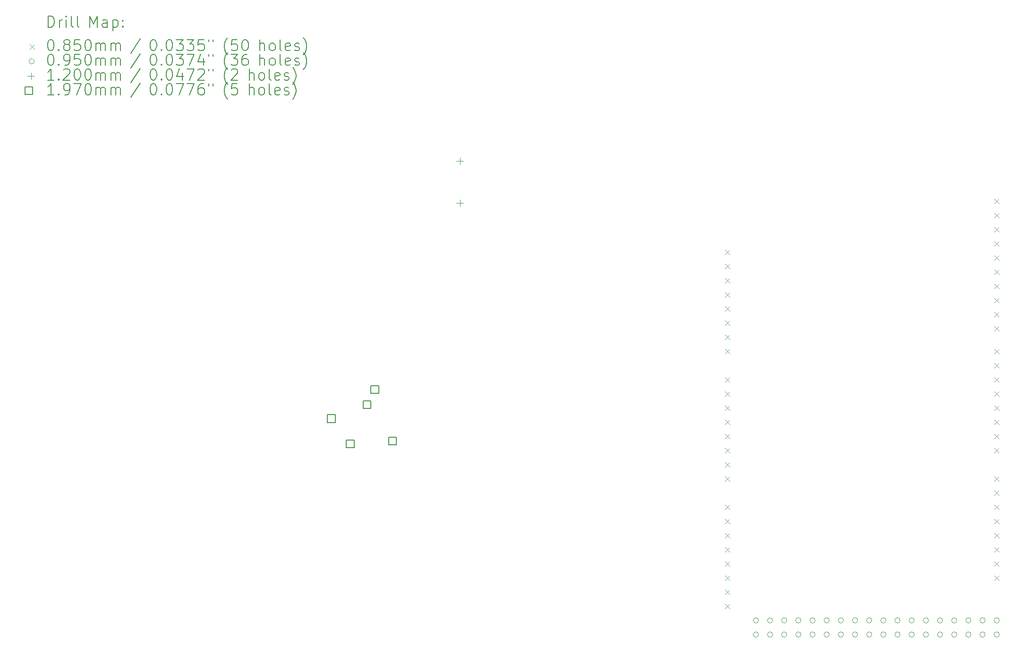
<source format=gbr>
%TF.GenerationSoftware,KiCad,Pcbnew,(7.0.0)*%
%TF.CreationDate,2023-04-06T19:01:51+02:00*%
%TF.ProjectId,projet codepo test,70726f6a-6574-4206-936f-6465706f2074,rev?*%
%TF.SameCoordinates,Original*%
%TF.FileFunction,Drillmap*%
%TF.FilePolarity,Positive*%
%FSLAX45Y45*%
G04 Gerber Fmt 4.5, Leading zero omitted, Abs format (unit mm)*
G04 Created by KiCad (PCBNEW (7.0.0)) date 2023-04-06 19:01:51*
%MOMM*%
%LPD*%
G01*
G04 APERTURE LIST*
%ADD10C,0.200000*%
%ADD11C,0.085000*%
%ADD12C,0.095000*%
%ADD13C,0.120000*%
%ADD14C,0.196980*%
G04 APERTURE END LIST*
D10*
D11*
X12383500Y-4283500D02*
X12468500Y-4368500D01*
X12468500Y-4283500D02*
X12383500Y-4368500D01*
X12383500Y-4537500D02*
X12468500Y-4622500D01*
X12468500Y-4537500D02*
X12383500Y-4622500D01*
X12383500Y-4791500D02*
X12468500Y-4876500D01*
X12468500Y-4791500D02*
X12383500Y-4876500D01*
X12383500Y-5045500D02*
X12468500Y-5130500D01*
X12468500Y-5045500D02*
X12383500Y-5130500D01*
X12383500Y-5299500D02*
X12468500Y-5384500D01*
X12468500Y-5299500D02*
X12383500Y-5384500D01*
X12383500Y-5553500D02*
X12468500Y-5638500D01*
X12468500Y-5553500D02*
X12383500Y-5638500D01*
X12383500Y-5807500D02*
X12468500Y-5892500D01*
X12468500Y-5807500D02*
X12383500Y-5892500D01*
X12383500Y-6061500D02*
X12468500Y-6146500D01*
X12468500Y-6061500D02*
X12383500Y-6146500D01*
X12383500Y-6569500D02*
X12468500Y-6654500D01*
X12468500Y-6569500D02*
X12383500Y-6654500D01*
X12383500Y-6823500D02*
X12468500Y-6908500D01*
X12468500Y-6823500D02*
X12383500Y-6908500D01*
X12383500Y-7077500D02*
X12468500Y-7162500D01*
X12468500Y-7077500D02*
X12383500Y-7162500D01*
X12383500Y-7331500D02*
X12468500Y-7416500D01*
X12468500Y-7331500D02*
X12383500Y-7416500D01*
X12383500Y-7585500D02*
X12468500Y-7670500D01*
X12468500Y-7585500D02*
X12383500Y-7670500D01*
X12383500Y-7839500D02*
X12468500Y-7924500D01*
X12468500Y-7839500D02*
X12383500Y-7924500D01*
X12383500Y-8093500D02*
X12468500Y-8178500D01*
X12468500Y-8093500D02*
X12383500Y-8178500D01*
X12383500Y-8347500D02*
X12468500Y-8432500D01*
X12468500Y-8347500D02*
X12383500Y-8432500D01*
X12383500Y-8855500D02*
X12468500Y-8940500D01*
X12468500Y-8855500D02*
X12383500Y-8940500D01*
X12383500Y-9109500D02*
X12468500Y-9194500D01*
X12468500Y-9109500D02*
X12383500Y-9194500D01*
X12383500Y-9363500D02*
X12468500Y-9448500D01*
X12468500Y-9363500D02*
X12383500Y-9448500D01*
X12383500Y-9617500D02*
X12468500Y-9702500D01*
X12468500Y-9617500D02*
X12383500Y-9702500D01*
X12383500Y-9871500D02*
X12468500Y-9956500D01*
X12468500Y-9871500D02*
X12383500Y-9956500D01*
X12383500Y-10125500D02*
X12468500Y-10210500D01*
X12468500Y-10125500D02*
X12383500Y-10210500D01*
X12383500Y-10379500D02*
X12468500Y-10464500D01*
X12468500Y-10379500D02*
X12383500Y-10464500D01*
X12383500Y-10633500D02*
X12468500Y-10718500D01*
X12468500Y-10633500D02*
X12383500Y-10718500D01*
X17209500Y-3369100D02*
X17294500Y-3454100D01*
X17294500Y-3369100D02*
X17209500Y-3454100D01*
X17209500Y-3623100D02*
X17294500Y-3708100D01*
X17294500Y-3623100D02*
X17209500Y-3708100D01*
X17209500Y-3877100D02*
X17294500Y-3962100D01*
X17294500Y-3877100D02*
X17209500Y-3962100D01*
X17209500Y-4131100D02*
X17294500Y-4216100D01*
X17294500Y-4131100D02*
X17209500Y-4216100D01*
X17209500Y-4385100D02*
X17294500Y-4470100D01*
X17294500Y-4385100D02*
X17209500Y-4470100D01*
X17209500Y-4639100D02*
X17294500Y-4724100D01*
X17294500Y-4639100D02*
X17209500Y-4724100D01*
X17209500Y-4893100D02*
X17294500Y-4978100D01*
X17294500Y-4893100D02*
X17209500Y-4978100D01*
X17209500Y-5147100D02*
X17294500Y-5232100D01*
X17294500Y-5147100D02*
X17209500Y-5232100D01*
X17209500Y-5401100D02*
X17294500Y-5486100D01*
X17294500Y-5401100D02*
X17209500Y-5486100D01*
X17209500Y-5655100D02*
X17294500Y-5740100D01*
X17294500Y-5655100D02*
X17209500Y-5740100D01*
X17209500Y-6061500D02*
X17294500Y-6146500D01*
X17294500Y-6061500D02*
X17209500Y-6146500D01*
X17209500Y-6315500D02*
X17294500Y-6400500D01*
X17294500Y-6315500D02*
X17209500Y-6400500D01*
X17209500Y-6569500D02*
X17294500Y-6654500D01*
X17294500Y-6569500D02*
X17209500Y-6654500D01*
X17209500Y-6823500D02*
X17294500Y-6908500D01*
X17294500Y-6823500D02*
X17209500Y-6908500D01*
X17209500Y-7077500D02*
X17294500Y-7162500D01*
X17294500Y-7077500D02*
X17209500Y-7162500D01*
X17209500Y-7331500D02*
X17294500Y-7416500D01*
X17294500Y-7331500D02*
X17209500Y-7416500D01*
X17209500Y-7585500D02*
X17294500Y-7670500D01*
X17294500Y-7585500D02*
X17209500Y-7670500D01*
X17209500Y-7839500D02*
X17294500Y-7924500D01*
X17294500Y-7839500D02*
X17209500Y-7924500D01*
X17209500Y-8347500D02*
X17294500Y-8432500D01*
X17294500Y-8347500D02*
X17209500Y-8432500D01*
X17209500Y-8601500D02*
X17294500Y-8686500D01*
X17294500Y-8601500D02*
X17209500Y-8686500D01*
X17209500Y-8855500D02*
X17294500Y-8940500D01*
X17294500Y-8855500D02*
X17209500Y-8940500D01*
X17209500Y-9109500D02*
X17294500Y-9194500D01*
X17294500Y-9109500D02*
X17209500Y-9194500D01*
X17209500Y-9363500D02*
X17294500Y-9448500D01*
X17294500Y-9363500D02*
X17209500Y-9448500D01*
X17209500Y-9617500D02*
X17294500Y-9702500D01*
X17294500Y-9617500D02*
X17209500Y-9702500D01*
X17209500Y-9871500D02*
X17294500Y-9956500D01*
X17294500Y-9871500D02*
X17209500Y-9956500D01*
X17209500Y-10125500D02*
X17294500Y-10210500D01*
X17294500Y-10125500D02*
X17209500Y-10210500D01*
D12*
X12981500Y-10930000D02*
G75*
G03*
X12981500Y-10930000I-47500J0D01*
G01*
X12981500Y-11184000D02*
G75*
G03*
X12981500Y-11184000I-47500J0D01*
G01*
X13235500Y-10930000D02*
G75*
G03*
X13235500Y-10930000I-47500J0D01*
G01*
X13235500Y-11184000D02*
G75*
G03*
X13235500Y-11184000I-47500J0D01*
G01*
X13489500Y-10930000D02*
G75*
G03*
X13489500Y-10930000I-47500J0D01*
G01*
X13489500Y-11184000D02*
G75*
G03*
X13489500Y-11184000I-47500J0D01*
G01*
X13743500Y-10930000D02*
G75*
G03*
X13743500Y-10930000I-47500J0D01*
G01*
X13743500Y-11184000D02*
G75*
G03*
X13743500Y-11184000I-47500J0D01*
G01*
X13997500Y-10930000D02*
G75*
G03*
X13997500Y-10930000I-47500J0D01*
G01*
X13997500Y-11184000D02*
G75*
G03*
X13997500Y-11184000I-47500J0D01*
G01*
X14251500Y-10930000D02*
G75*
G03*
X14251500Y-10930000I-47500J0D01*
G01*
X14251500Y-11184000D02*
G75*
G03*
X14251500Y-11184000I-47500J0D01*
G01*
X14505500Y-10930000D02*
G75*
G03*
X14505500Y-10930000I-47500J0D01*
G01*
X14505500Y-11184000D02*
G75*
G03*
X14505500Y-11184000I-47500J0D01*
G01*
X14759500Y-10930000D02*
G75*
G03*
X14759500Y-10930000I-47500J0D01*
G01*
X14759500Y-11184000D02*
G75*
G03*
X14759500Y-11184000I-47500J0D01*
G01*
X15013500Y-10930000D02*
G75*
G03*
X15013500Y-10930000I-47500J0D01*
G01*
X15013500Y-11184000D02*
G75*
G03*
X15013500Y-11184000I-47500J0D01*
G01*
X15267500Y-10930000D02*
G75*
G03*
X15267500Y-10930000I-47500J0D01*
G01*
X15267500Y-11184000D02*
G75*
G03*
X15267500Y-11184000I-47500J0D01*
G01*
X15521500Y-10930000D02*
G75*
G03*
X15521500Y-10930000I-47500J0D01*
G01*
X15521500Y-11184000D02*
G75*
G03*
X15521500Y-11184000I-47500J0D01*
G01*
X15775500Y-10930000D02*
G75*
G03*
X15775500Y-10930000I-47500J0D01*
G01*
X15775500Y-11184000D02*
G75*
G03*
X15775500Y-11184000I-47500J0D01*
G01*
X16029500Y-10930000D02*
G75*
G03*
X16029500Y-10930000I-47500J0D01*
G01*
X16029500Y-11184000D02*
G75*
G03*
X16029500Y-11184000I-47500J0D01*
G01*
X16283500Y-10930000D02*
G75*
G03*
X16283500Y-10930000I-47500J0D01*
G01*
X16283500Y-11184000D02*
G75*
G03*
X16283500Y-11184000I-47500J0D01*
G01*
X16537500Y-10930000D02*
G75*
G03*
X16537500Y-10930000I-47500J0D01*
G01*
X16537500Y-11184000D02*
G75*
G03*
X16537500Y-11184000I-47500J0D01*
G01*
X16791500Y-10930000D02*
G75*
G03*
X16791500Y-10930000I-47500J0D01*
G01*
X16791500Y-11184000D02*
G75*
G03*
X16791500Y-11184000I-47500J0D01*
G01*
X17045500Y-10930000D02*
G75*
G03*
X17045500Y-10930000I-47500J0D01*
G01*
X17045500Y-11184000D02*
G75*
G03*
X17045500Y-11184000I-47500J0D01*
G01*
X17299500Y-10930000D02*
G75*
G03*
X17299500Y-10930000I-47500J0D01*
G01*
X17299500Y-11184000D02*
G75*
G03*
X17299500Y-11184000I-47500J0D01*
G01*
D13*
X7627500Y-2635000D02*
X7627500Y-2755000D01*
X7567500Y-2695000D02*
X7687500Y-2695000D01*
X7627500Y-3385000D02*
X7627500Y-3505000D01*
X7567500Y-3445000D02*
X7687500Y-3445000D01*
D14*
X5392144Y-7382144D02*
X5392144Y-7242856D01*
X5252856Y-7242856D01*
X5252856Y-7382144D01*
X5392144Y-7382144D01*
X5732144Y-7832144D02*
X5732144Y-7692856D01*
X5592856Y-7692856D01*
X5592856Y-7832144D01*
X5732144Y-7832144D01*
X6032144Y-7132144D02*
X6032144Y-6992856D01*
X5892856Y-6992856D01*
X5892856Y-7132144D01*
X6032144Y-7132144D01*
X6172144Y-6862144D02*
X6172144Y-6722856D01*
X6032856Y-6722856D01*
X6032856Y-6862144D01*
X6172144Y-6862144D01*
X6492144Y-7782144D02*
X6492144Y-7642856D01*
X6352856Y-7642856D01*
X6352856Y-7782144D01*
X6492144Y-7782144D01*
D10*
X247619Y-293476D02*
X247619Y-93476D01*
X247619Y-93476D02*
X295238Y-93476D01*
X295238Y-93476D02*
X323810Y-103000D01*
X323810Y-103000D02*
X342857Y-122048D01*
X342857Y-122048D02*
X352381Y-141095D01*
X352381Y-141095D02*
X361905Y-179190D01*
X361905Y-179190D02*
X361905Y-207762D01*
X361905Y-207762D02*
X352381Y-245857D01*
X352381Y-245857D02*
X342857Y-264905D01*
X342857Y-264905D02*
X323810Y-283952D01*
X323810Y-283952D02*
X295238Y-293476D01*
X295238Y-293476D02*
X247619Y-293476D01*
X447619Y-293476D02*
X447619Y-160143D01*
X447619Y-198238D02*
X457143Y-179190D01*
X457143Y-179190D02*
X466667Y-169667D01*
X466667Y-169667D02*
X485714Y-160143D01*
X485714Y-160143D02*
X504762Y-160143D01*
X571429Y-293476D02*
X571429Y-160143D01*
X571429Y-93476D02*
X561905Y-103000D01*
X561905Y-103000D02*
X571429Y-112524D01*
X571429Y-112524D02*
X580952Y-103000D01*
X580952Y-103000D02*
X571429Y-93476D01*
X571429Y-93476D02*
X571429Y-112524D01*
X695238Y-293476D02*
X676190Y-283952D01*
X676190Y-283952D02*
X666667Y-264905D01*
X666667Y-264905D02*
X666667Y-93476D01*
X800000Y-293476D02*
X780952Y-283952D01*
X780952Y-283952D02*
X771428Y-264905D01*
X771428Y-264905D02*
X771428Y-93476D01*
X996190Y-293476D02*
X996190Y-93476D01*
X996190Y-93476D02*
X1062857Y-236333D01*
X1062857Y-236333D02*
X1129524Y-93476D01*
X1129524Y-93476D02*
X1129524Y-293476D01*
X1310476Y-293476D02*
X1310476Y-188714D01*
X1310476Y-188714D02*
X1300952Y-169667D01*
X1300952Y-169667D02*
X1281905Y-160143D01*
X1281905Y-160143D02*
X1243809Y-160143D01*
X1243809Y-160143D02*
X1224762Y-169667D01*
X1310476Y-283952D02*
X1291429Y-293476D01*
X1291429Y-293476D02*
X1243809Y-293476D01*
X1243809Y-293476D02*
X1224762Y-283952D01*
X1224762Y-283952D02*
X1215238Y-264905D01*
X1215238Y-264905D02*
X1215238Y-245857D01*
X1215238Y-245857D02*
X1224762Y-226809D01*
X1224762Y-226809D02*
X1243809Y-217286D01*
X1243809Y-217286D02*
X1291429Y-217286D01*
X1291429Y-217286D02*
X1310476Y-207762D01*
X1405714Y-160143D02*
X1405714Y-360143D01*
X1405714Y-169667D02*
X1424762Y-160143D01*
X1424762Y-160143D02*
X1462857Y-160143D01*
X1462857Y-160143D02*
X1481905Y-169667D01*
X1481905Y-169667D02*
X1491428Y-179190D01*
X1491428Y-179190D02*
X1500952Y-198238D01*
X1500952Y-198238D02*
X1500952Y-255381D01*
X1500952Y-255381D02*
X1491428Y-274429D01*
X1491428Y-274429D02*
X1481905Y-283952D01*
X1481905Y-283952D02*
X1462857Y-293476D01*
X1462857Y-293476D02*
X1424762Y-293476D01*
X1424762Y-293476D02*
X1405714Y-283952D01*
X1586667Y-274429D02*
X1596190Y-283952D01*
X1596190Y-283952D02*
X1586667Y-293476D01*
X1586667Y-293476D02*
X1577143Y-283952D01*
X1577143Y-283952D02*
X1586667Y-274429D01*
X1586667Y-274429D02*
X1586667Y-293476D01*
X1586667Y-169667D02*
X1596190Y-179190D01*
X1596190Y-179190D02*
X1586667Y-188714D01*
X1586667Y-188714D02*
X1577143Y-179190D01*
X1577143Y-179190D02*
X1586667Y-169667D01*
X1586667Y-169667D02*
X1586667Y-188714D01*
D11*
X-85000Y-597500D02*
X0Y-682500D01*
X0Y-597500D02*
X-85000Y-682500D01*
D10*
X285714Y-513476D02*
X304762Y-513476D01*
X304762Y-513476D02*
X323810Y-523000D01*
X323810Y-523000D02*
X333333Y-532524D01*
X333333Y-532524D02*
X342857Y-551571D01*
X342857Y-551571D02*
X352381Y-589667D01*
X352381Y-589667D02*
X352381Y-637286D01*
X352381Y-637286D02*
X342857Y-675381D01*
X342857Y-675381D02*
X333333Y-694429D01*
X333333Y-694429D02*
X323810Y-703952D01*
X323810Y-703952D02*
X304762Y-713476D01*
X304762Y-713476D02*
X285714Y-713476D01*
X285714Y-713476D02*
X266667Y-703952D01*
X266667Y-703952D02*
X257143Y-694429D01*
X257143Y-694429D02*
X247619Y-675381D01*
X247619Y-675381D02*
X238095Y-637286D01*
X238095Y-637286D02*
X238095Y-589667D01*
X238095Y-589667D02*
X247619Y-551571D01*
X247619Y-551571D02*
X257143Y-532524D01*
X257143Y-532524D02*
X266667Y-523000D01*
X266667Y-523000D02*
X285714Y-513476D01*
X438095Y-694429D02*
X447619Y-703952D01*
X447619Y-703952D02*
X438095Y-713476D01*
X438095Y-713476D02*
X428571Y-703952D01*
X428571Y-703952D02*
X438095Y-694429D01*
X438095Y-694429D02*
X438095Y-713476D01*
X561905Y-599190D02*
X542857Y-589667D01*
X542857Y-589667D02*
X533333Y-580143D01*
X533333Y-580143D02*
X523809Y-561095D01*
X523809Y-561095D02*
X523809Y-551571D01*
X523809Y-551571D02*
X533333Y-532524D01*
X533333Y-532524D02*
X542857Y-523000D01*
X542857Y-523000D02*
X561905Y-513476D01*
X561905Y-513476D02*
X600000Y-513476D01*
X600000Y-513476D02*
X619048Y-523000D01*
X619048Y-523000D02*
X628571Y-532524D01*
X628571Y-532524D02*
X638095Y-551571D01*
X638095Y-551571D02*
X638095Y-561095D01*
X638095Y-561095D02*
X628571Y-580143D01*
X628571Y-580143D02*
X619048Y-589667D01*
X619048Y-589667D02*
X600000Y-599190D01*
X600000Y-599190D02*
X561905Y-599190D01*
X561905Y-599190D02*
X542857Y-608714D01*
X542857Y-608714D02*
X533333Y-618238D01*
X533333Y-618238D02*
X523809Y-637286D01*
X523809Y-637286D02*
X523809Y-675381D01*
X523809Y-675381D02*
X533333Y-694429D01*
X533333Y-694429D02*
X542857Y-703952D01*
X542857Y-703952D02*
X561905Y-713476D01*
X561905Y-713476D02*
X600000Y-713476D01*
X600000Y-713476D02*
X619048Y-703952D01*
X619048Y-703952D02*
X628571Y-694429D01*
X628571Y-694429D02*
X638095Y-675381D01*
X638095Y-675381D02*
X638095Y-637286D01*
X638095Y-637286D02*
X628571Y-618238D01*
X628571Y-618238D02*
X619048Y-608714D01*
X619048Y-608714D02*
X600000Y-599190D01*
X819048Y-513476D02*
X723809Y-513476D01*
X723809Y-513476D02*
X714286Y-608714D01*
X714286Y-608714D02*
X723809Y-599190D01*
X723809Y-599190D02*
X742857Y-589667D01*
X742857Y-589667D02*
X790476Y-589667D01*
X790476Y-589667D02*
X809524Y-599190D01*
X809524Y-599190D02*
X819048Y-608714D01*
X819048Y-608714D02*
X828571Y-627762D01*
X828571Y-627762D02*
X828571Y-675381D01*
X828571Y-675381D02*
X819048Y-694429D01*
X819048Y-694429D02*
X809524Y-703952D01*
X809524Y-703952D02*
X790476Y-713476D01*
X790476Y-713476D02*
X742857Y-713476D01*
X742857Y-713476D02*
X723809Y-703952D01*
X723809Y-703952D02*
X714286Y-694429D01*
X952381Y-513476D02*
X971429Y-513476D01*
X971429Y-513476D02*
X990476Y-523000D01*
X990476Y-523000D02*
X1000000Y-532524D01*
X1000000Y-532524D02*
X1009524Y-551571D01*
X1009524Y-551571D02*
X1019048Y-589667D01*
X1019048Y-589667D02*
X1019048Y-637286D01*
X1019048Y-637286D02*
X1009524Y-675381D01*
X1009524Y-675381D02*
X1000000Y-694429D01*
X1000000Y-694429D02*
X990476Y-703952D01*
X990476Y-703952D02*
X971429Y-713476D01*
X971429Y-713476D02*
X952381Y-713476D01*
X952381Y-713476D02*
X933333Y-703952D01*
X933333Y-703952D02*
X923809Y-694429D01*
X923809Y-694429D02*
X914286Y-675381D01*
X914286Y-675381D02*
X904762Y-637286D01*
X904762Y-637286D02*
X904762Y-589667D01*
X904762Y-589667D02*
X914286Y-551571D01*
X914286Y-551571D02*
X923809Y-532524D01*
X923809Y-532524D02*
X933333Y-523000D01*
X933333Y-523000D02*
X952381Y-513476D01*
X1104762Y-713476D02*
X1104762Y-580143D01*
X1104762Y-599190D02*
X1114286Y-589667D01*
X1114286Y-589667D02*
X1133333Y-580143D01*
X1133333Y-580143D02*
X1161905Y-580143D01*
X1161905Y-580143D02*
X1180952Y-589667D01*
X1180952Y-589667D02*
X1190476Y-608714D01*
X1190476Y-608714D02*
X1190476Y-713476D01*
X1190476Y-608714D02*
X1200000Y-589667D01*
X1200000Y-589667D02*
X1219048Y-580143D01*
X1219048Y-580143D02*
X1247619Y-580143D01*
X1247619Y-580143D02*
X1266667Y-589667D01*
X1266667Y-589667D02*
X1276191Y-608714D01*
X1276191Y-608714D02*
X1276191Y-713476D01*
X1371429Y-713476D02*
X1371429Y-580143D01*
X1371429Y-599190D02*
X1380952Y-589667D01*
X1380952Y-589667D02*
X1400000Y-580143D01*
X1400000Y-580143D02*
X1428571Y-580143D01*
X1428571Y-580143D02*
X1447619Y-589667D01*
X1447619Y-589667D02*
X1457143Y-608714D01*
X1457143Y-608714D02*
X1457143Y-713476D01*
X1457143Y-608714D02*
X1466667Y-589667D01*
X1466667Y-589667D02*
X1485714Y-580143D01*
X1485714Y-580143D02*
X1514286Y-580143D01*
X1514286Y-580143D02*
X1533333Y-589667D01*
X1533333Y-589667D02*
X1542857Y-608714D01*
X1542857Y-608714D02*
X1542857Y-713476D01*
X1900952Y-503952D02*
X1729524Y-761095D01*
X2125714Y-513476D02*
X2144762Y-513476D01*
X2144762Y-513476D02*
X2163810Y-523000D01*
X2163810Y-523000D02*
X2173333Y-532524D01*
X2173333Y-532524D02*
X2182857Y-551571D01*
X2182857Y-551571D02*
X2192381Y-589667D01*
X2192381Y-589667D02*
X2192381Y-637286D01*
X2192381Y-637286D02*
X2182857Y-675381D01*
X2182857Y-675381D02*
X2173333Y-694429D01*
X2173333Y-694429D02*
X2163810Y-703952D01*
X2163810Y-703952D02*
X2144762Y-713476D01*
X2144762Y-713476D02*
X2125714Y-713476D01*
X2125714Y-713476D02*
X2106667Y-703952D01*
X2106667Y-703952D02*
X2097143Y-694429D01*
X2097143Y-694429D02*
X2087619Y-675381D01*
X2087619Y-675381D02*
X2078095Y-637286D01*
X2078095Y-637286D02*
X2078095Y-589667D01*
X2078095Y-589667D02*
X2087619Y-551571D01*
X2087619Y-551571D02*
X2097143Y-532524D01*
X2097143Y-532524D02*
X2106667Y-523000D01*
X2106667Y-523000D02*
X2125714Y-513476D01*
X2278095Y-694429D02*
X2287619Y-703952D01*
X2287619Y-703952D02*
X2278095Y-713476D01*
X2278095Y-713476D02*
X2268572Y-703952D01*
X2268572Y-703952D02*
X2278095Y-694429D01*
X2278095Y-694429D02*
X2278095Y-713476D01*
X2411429Y-513476D02*
X2430476Y-513476D01*
X2430476Y-513476D02*
X2449524Y-523000D01*
X2449524Y-523000D02*
X2459048Y-532524D01*
X2459048Y-532524D02*
X2468572Y-551571D01*
X2468572Y-551571D02*
X2478095Y-589667D01*
X2478095Y-589667D02*
X2478095Y-637286D01*
X2478095Y-637286D02*
X2468572Y-675381D01*
X2468572Y-675381D02*
X2459048Y-694429D01*
X2459048Y-694429D02*
X2449524Y-703952D01*
X2449524Y-703952D02*
X2430476Y-713476D01*
X2430476Y-713476D02*
X2411429Y-713476D01*
X2411429Y-713476D02*
X2392381Y-703952D01*
X2392381Y-703952D02*
X2382857Y-694429D01*
X2382857Y-694429D02*
X2373333Y-675381D01*
X2373333Y-675381D02*
X2363810Y-637286D01*
X2363810Y-637286D02*
X2363810Y-589667D01*
X2363810Y-589667D02*
X2373333Y-551571D01*
X2373333Y-551571D02*
X2382857Y-532524D01*
X2382857Y-532524D02*
X2392381Y-523000D01*
X2392381Y-523000D02*
X2411429Y-513476D01*
X2544762Y-513476D02*
X2668572Y-513476D01*
X2668572Y-513476D02*
X2601905Y-589667D01*
X2601905Y-589667D02*
X2630476Y-589667D01*
X2630476Y-589667D02*
X2649524Y-599190D01*
X2649524Y-599190D02*
X2659048Y-608714D01*
X2659048Y-608714D02*
X2668572Y-627762D01*
X2668572Y-627762D02*
X2668572Y-675381D01*
X2668572Y-675381D02*
X2659048Y-694429D01*
X2659048Y-694429D02*
X2649524Y-703952D01*
X2649524Y-703952D02*
X2630476Y-713476D01*
X2630476Y-713476D02*
X2573333Y-713476D01*
X2573333Y-713476D02*
X2554286Y-703952D01*
X2554286Y-703952D02*
X2544762Y-694429D01*
X2735238Y-513476D02*
X2859048Y-513476D01*
X2859048Y-513476D02*
X2792381Y-589667D01*
X2792381Y-589667D02*
X2820952Y-589667D01*
X2820952Y-589667D02*
X2840000Y-599190D01*
X2840000Y-599190D02*
X2849524Y-608714D01*
X2849524Y-608714D02*
X2859048Y-627762D01*
X2859048Y-627762D02*
X2859048Y-675381D01*
X2859048Y-675381D02*
X2849524Y-694429D01*
X2849524Y-694429D02*
X2840000Y-703952D01*
X2840000Y-703952D02*
X2820952Y-713476D01*
X2820952Y-713476D02*
X2763810Y-713476D01*
X2763810Y-713476D02*
X2744762Y-703952D01*
X2744762Y-703952D02*
X2735238Y-694429D01*
X3040000Y-513476D02*
X2944762Y-513476D01*
X2944762Y-513476D02*
X2935238Y-608714D01*
X2935238Y-608714D02*
X2944762Y-599190D01*
X2944762Y-599190D02*
X2963810Y-589667D01*
X2963810Y-589667D02*
X3011429Y-589667D01*
X3011429Y-589667D02*
X3030476Y-599190D01*
X3030476Y-599190D02*
X3040000Y-608714D01*
X3040000Y-608714D02*
X3049524Y-627762D01*
X3049524Y-627762D02*
X3049524Y-675381D01*
X3049524Y-675381D02*
X3040000Y-694429D01*
X3040000Y-694429D02*
X3030476Y-703952D01*
X3030476Y-703952D02*
X3011429Y-713476D01*
X3011429Y-713476D02*
X2963810Y-713476D01*
X2963810Y-713476D02*
X2944762Y-703952D01*
X2944762Y-703952D02*
X2935238Y-694429D01*
X3125714Y-513476D02*
X3125714Y-551571D01*
X3201905Y-513476D02*
X3201905Y-551571D01*
X3464762Y-789667D02*
X3455238Y-780143D01*
X3455238Y-780143D02*
X3436191Y-751571D01*
X3436191Y-751571D02*
X3426667Y-732524D01*
X3426667Y-732524D02*
X3417143Y-703952D01*
X3417143Y-703952D02*
X3407619Y-656333D01*
X3407619Y-656333D02*
X3407619Y-618238D01*
X3407619Y-618238D02*
X3417143Y-570619D01*
X3417143Y-570619D02*
X3426667Y-542048D01*
X3426667Y-542048D02*
X3436191Y-523000D01*
X3436191Y-523000D02*
X3455238Y-494428D01*
X3455238Y-494428D02*
X3464762Y-484905D01*
X3636191Y-513476D02*
X3540952Y-513476D01*
X3540952Y-513476D02*
X3531429Y-608714D01*
X3531429Y-608714D02*
X3540952Y-599190D01*
X3540952Y-599190D02*
X3560000Y-589667D01*
X3560000Y-589667D02*
X3607619Y-589667D01*
X3607619Y-589667D02*
X3626667Y-599190D01*
X3626667Y-599190D02*
X3636191Y-608714D01*
X3636191Y-608714D02*
X3645714Y-627762D01*
X3645714Y-627762D02*
X3645714Y-675381D01*
X3645714Y-675381D02*
X3636191Y-694429D01*
X3636191Y-694429D02*
X3626667Y-703952D01*
X3626667Y-703952D02*
X3607619Y-713476D01*
X3607619Y-713476D02*
X3560000Y-713476D01*
X3560000Y-713476D02*
X3540952Y-703952D01*
X3540952Y-703952D02*
X3531429Y-694429D01*
X3769524Y-513476D02*
X3788572Y-513476D01*
X3788572Y-513476D02*
X3807619Y-523000D01*
X3807619Y-523000D02*
X3817143Y-532524D01*
X3817143Y-532524D02*
X3826667Y-551571D01*
X3826667Y-551571D02*
X3836191Y-589667D01*
X3836191Y-589667D02*
X3836191Y-637286D01*
X3836191Y-637286D02*
X3826667Y-675381D01*
X3826667Y-675381D02*
X3817143Y-694429D01*
X3817143Y-694429D02*
X3807619Y-703952D01*
X3807619Y-703952D02*
X3788572Y-713476D01*
X3788572Y-713476D02*
X3769524Y-713476D01*
X3769524Y-713476D02*
X3750476Y-703952D01*
X3750476Y-703952D02*
X3740952Y-694429D01*
X3740952Y-694429D02*
X3731429Y-675381D01*
X3731429Y-675381D02*
X3721905Y-637286D01*
X3721905Y-637286D02*
X3721905Y-589667D01*
X3721905Y-589667D02*
X3731429Y-551571D01*
X3731429Y-551571D02*
X3740952Y-532524D01*
X3740952Y-532524D02*
X3750476Y-523000D01*
X3750476Y-523000D02*
X3769524Y-513476D01*
X4041905Y-713476D02*
X4041905Y-513476D01*
X4127619Y-713476D02*
X4127619Y-608714D01*
X4127619Y-608714D02*
X4118095Y-589667D01*
X4118095Y-589667D02*
X4099048Y-580143D01*
X4099048Y-580143D02*
X4070476Y-580143D01*
X4070476Y-580143D02*
X4051429Y-589667D01*
X4051429Y-589667D02*
X4041905Y-599190D01*
X4251429Y-713476D02*
X4232381Y-703952D01*
X4232381Y-703952D02*
X4222857Y-694429D01*
X4222857Y-694429D02*
X4213334Y-675381D01*
X4213334Y-675381D02*
X4213334Y-618238D01*
X4213334Y-618238D02*
X4222857Y-599190D01*
X4222857Y-599190D02*
X4232381Y-589667D01*
X4232381Y-589667D02*
X4251429Y-580143D01*
X4251429Y-580143D02*
X4280000Y-580143D01*
X4280000Y-580143D02*
X4299048Y-589667D01*
X4299048Y-589667D02*
X4308572Y-599190D01*
X4308572Y-599190D02*
X4318095Y-618238D01*
X4318095Y-618238D02*
X4318095Y-675381D01*
X4318095Y-675381D02*
X4308572Y-694429D01*
X4308572Y-694429D02*
X4299048Y-703952D01*
X4299048Y-703952D02*
X4280000Y-713476D01*
X4280000Y-713476D02*
X4251429Y-713476D01*
X4432381Y-713476D02*
X4413334Y-703952D01*
X4413334Y-703952D02*
X4403810Y-684905D01*
X4403810Y-684905D02*
X4403810Y-513476D01*
X4584762Y-703952D02*
X4565715Y-713476D01*
X4565715Y-713476D02*
X4527619Y-713476D01*
X4527619Y-713476D02*
X4508572Y-703952D01*
X4508572Y-703952D02*
X4499048Y-684905D01*
X4499048Y-684905D02*
X4499048Y-608714D01*
X4499048Y-608714D02*
X4508572Y-589667D01*
X4508572Y-589667D02*
X4527619Y-580143D01*
X4527619Y-580143D02*
X4565715Y-580143D01*
X4565715Y-580143D02*
X4584762Y-589667D01*
X4584762Y-589667D02*
X4594286Y-608714D01*
X4594286Y-608714D02*
X4594286Y-627762D01*
X4594286Y-627762D02*
X4499048Y-646810D01*
X4670476Y-703952D02*
X4689524Y-713476D01*
X4689524Y-713476D02*
X4727619Y-713476D01*
X4727619Y-713476D02*
X4746667Y-703952D01*
X4746667Y-703952D02*
X4756191Y-684905D01*
X4756191Y-684905D02*
X4756191Y-675381D01*
X4756191Y-675381D02*
X4746667Y-656333D01*
X4746667Y-656333D02*
X4727619Y-646810D01*
X4727619Y-646810D02*
X4699048Y-646810D01*
X4699048Y-646810D02*
X4680000Y-637286D01*
X4680000Y-637286D02*
X4670476Y-618238D01*
X4670476Y-618238D02*
X4670476Y-608714D01*
X4670476Y-608714D02*
X4680000Y-589667D01*
X4680000Y-589667D02*
X4699048Y-580143D01*
X4699048Y-580143D02*
X4727619Y-580143D01*
X4727619Y-580143D02*
X4746667Y-589667D01*
X4822857Y-789667D02*
X4832381Y-780143D01*
X4832381Y-780143D02*
X4851429Y-751571D01*
X4851429Y-751571D02*
X4860953Y-732524D01*
X4860953Y-732524D02*
X4870476Y-703952D01*
X4870476Y-703952D02*
X4880000Y-656333D01*
X4880000Y-656333D02*
X4880000Y-618238D01*
X4880000Y-618238D02*
X4870476Y-570619D01*
X4870476Y-570619D02*
X4860953Y-542048D01*
X4860953Y-542048D02*
X4851429Y-523000D01*
X4851429Y-523000D02*
X4832381Y-494428D01*
X4832381Y-494428D02*
X4822857Y-484905D01*
D12*
X0Y-904000D02*
G75*
G03*
X0Y-904000I-47500J0D01*
G01*
D10*
X285714Y-777476D02*
X304762Y-777476D01*
X304762Y-777476D02*
X323810Y-787000D01*
X323810Y-787000D02*
X333333Y-796524D01*
X333333Y-796524D02*
X342857Y-815571D01*
X342857Y-815571D02*
X352381Y-853667D01*
X352381Y-853667D02*
X352381Y-901286D01*
X352381Y-901286D02*
X342857Y-939381D01*
X342857Y-939381D02*
X333333Y-958428D01*
X333333Y-958428D02*
X323810Y-967952D01*
X323810Y-967952D02*
X304762Y-977476D01*
X304762Y-977476D02*
X285714Y-977476D01*
X285714Y-977476D02*
X266667Y-967952D01*
X266667Y-967952D02*
X257143Y-958428D01*
X257143Y-958428D02*
X247619Y-939381D01*
X247619Y-939381D02*
X238095Y-901286D01*
X238095Y-901286D02*
X238095Y-853667D01*
X238095Y-853667D02*
X247619Y-815571D01*
X247619Y-815571D02*
X257143Y-796524D01*
X257143Y-796524D02*
X266667Y-787000D01*
X266667Y-787000D02*
X285714Y-777476D01*
X438095Y-958428D02*
X447619Y-967952D01*
X447619Y-967952D02*
X438095Y-977476D01*
X438095Y-977476D02*
X428571Y-967952D01*
X428571Y-967952D02*
X438095Y-958428D01*
X438095Y-958428D02*
X438095Y-977476D01*
X542857Y-977476D02*
X580952Y-977476D01*
X580952Y-977476D02*
X600000Y-967952D01*
X600000Y-967952D02*
X609524Y-958428D01*
X609524Y-958428D02*
X628571Y-929857D01*
X628571Y-929857D02*
X638095Y-891762D01*
X638095Y-891762D02*
X638095Y-815571D01*
X638095Y-815571D02*
X628571Y-796524D01*
X628571Y-796524D02*
X619048Y-787000D01*
X619048Y-787000D02*
X600000Y-777476D01*
X600000Y-777476D02*
X561905Y-777476D01*
X561905Y-777476D02*
X542857Y-787000D01*
X542857Y-787000D02*
X533333Y-796524D01*
X533333Y-796524D02*
X523809Y-815571D01*
X523809Y-815571D02*
X523809Y-863190D01*
X523809Y-863190D02*
X533333Y-882238D01*
X533333Y-882238D02*
X542857Y-891762D01*
X542857Y-891762D02*
X561905Y-901286D01*
X561905Y-901286D02*
X600000Y-901286D01*
X600000Y-901286D02*
X619048Y-891762D01*
X619048Y-891762D02*
X628571Y-882238D01*
X628571Y-882238D02*
X638095Y-863190D01*
X819048Y-777476D02*
X723809Y-777476D01*
X723809Y-777476D02*
X714286Y-872714D01*
X714286Y-872714D02*
X723809Y-863190D01*
X723809Y-863190D02*
X742857Y-853667D01*
X742857Y-853667D02*
X790476Y-853667D01*
X790476Y-853667D02*
X809524Y-863190D01*
X809524Y-863190D02*
X819048Y-872714D01*
X819048Y-872714D02*
X828571Y-891762D01*
X828571Y-891762D02*
X828571Y-939381D01*
X828571Y-939381D02*
X819048Y-958428D01*
X819048Y-958428D02*
X809524Y-967952D01*
X809524Y-967952D02*
X790476Y-977476D01*
X790476Y-977476D02*
X742857Y-977476D01*
X742857Y-977476D02*
X723809Y-967952D01*
X723809Y-967952D02*
X714286Y-958428D01*
X952381Y-777476D02*
X971429Y-777476D01*
X971429Y-777476D02*
X990476Y-787000D01*
X990476Y-787000D02*
X1000000Y-796524D01*
X1000000Y-796524D02*
X1009524Y-815571D01*
X1009524Y-815571D02*
X1019048Y-853667D01*
X1019048Y-853667D02*
X1019048Y-901286D01*
X1019048Y-901286D02*
X1009524Y-939381D01*
X1009524Y-939381D02*
X1000000Y-958428D01*
X1000000Y-958428D02*
X990476Y-967952D01*
X990476Y-967952D02*
X971429Y-977476D01*
X971429Y-977476D02*
X952381Y-977476D01*
X952381Y-977476D02*
X933333Y-967952D01*
X933333Y-967952D02*
X923809Y-958428D01*
X923809Y-958428D02*
X914286Y-939381D01*
X914286Y-939381D02*
X904762Y-901286D01*
X904762Y-901286D02*
X904762Y-853667D01*
X904762Y-853667D02*
X914286Y-815571D01*
X914286Y-815571D02*
X923809Y-796524D01*
X923809Y-796524D02*
X933333Y-787000D01*
X933333Y-787000D02*
X952381Y-777476D01*
X1104762Y-977476D02*
X1104762Y-844143D01*
X1104762Y-863190D02*
X1114286Y-853667D01*
X1114286Y-853667D02*
X1133333Y-844143D01*
X1133333Y-844143D02*
X1161905Y-844143D01*
X1161905Y-844143D02*
X1180952Y-853667D01*
X1180952Y-853667D02*
X1190476Y-872714D01*
X1190476Y-872714D02*
X1190476Y-977476D01*
X1190476Y-872714D02*
X1200000Y-853667D01*
X1200000Y-853667D02*
X1219048Y-844143D01*
X1219048Y-844143D02*
X1247619Y-844143D01*
X1247619Y-844143D02*
X1266667Y-853667D01*
X1266667Y-853667D02*
X1276191Y-872714D01*
X1276191Y-872714D02*
X1276191Y-977476D01*
X1371429Y-977476D02*
X1371429Y-844143D01*
X1371429Y-863190D02*
X1380952Y-853667D01*
X1380952Y-853667D02*
X1400000Y-844143D01*
X1400000Y-844143D02*
X1428571Y-844143D01*
X1428571Y-844143D02*
X1447619Y-853667D01*
X1447619Y-853667D02*
X1457143Y-872714D01*
X1457143Y-872714D02*
X1457143Y-977476D01*
X1457143Y-872714D02*
X1466667Y-853667D01*
X1466667Y-853667D02*
X1485714Y-844143D01*
X1485714Y-844143D02*
X1514286Y-844143D01*
X1514286Y-844143D02*
X1533333Y-853667D01*
X1533333Y-853667D02*
X1542857Y-872714D01*
X1542857Y-872714D02*
X1542857Y-977476D01*
X1900952Y-767952D02*
X1729524Y-1025095D01*
X2125714Y-777476D02*
X2144762Y-777476D01*
X2144762Y-777476D02*
X2163810Y-787000D01*
X2163810Y-787000D02*
X2173333Y-796524D01*
X2173333Y-796524D02*
X2182857Y-815571D01*
X2182857Y-815571D02*
X2192381Y-853667D01*
X2192381Y-853667D02*
X2192381Y-901286D01*
X2192381Y-901286D02*
X2182857Y-939381D01*
X2182857Y-939381D02*
X2173333Y-958428D01*
X2173333Y-958428D02*
X2163810Y-967952D01*
X2163810Y-967952D02*
X2144762Y-977476D01*
X2144762Y-977476D02*
X2125714Y-977476D01*
X2125714Y-977476D02*
X2106667Y-967952D01*
X2106667Y-967952D02*
X2097143Y-958428D01*
X2097143Y-958428D02*
X2087619Y-939381D01*
X2087619Y-939381D02*
X2078095Y-901286D01*
X2078095Y-901286D02*
X2078095Y-853667D01*
X2078095Y-853667D02*
X2087619Y-815571D01*
X2087619Y-815571D02*
X2097143Y-796524D01*
X2097143Y-796524D02*
X2106667Y-787000D01*
X2106667Y-787000D02*
X2125714Y-777476D01*
X2278095Y-958428D02*
X2287619Y-967952D01*
X2287619Y-967952D02*
X2278095Y-977476D01*
X2278095Y-977476D02*
X2268572Y-967952D01*
X2268572Y-967952D02*
X2278095Y-958428D01*
X2278095Y-958428D02*
X2278095Y-977476D01*
X2411429Y-777476D02*
X2430476Y-777476D01*
X2430476Y-777476D02*
X2449524Y-787000D01*
X2449524Y-787000D02*
X2459048Y-796524D01*
X2459048Y-796524D02*
X2468572Y-815571D01*
X2468572Y-815571D02*
X2478095Y-853667D01*
X2478095Y-853667D02*
X2478095Y-901286D01*
X2478095Y-901286D02*
X2468572Y-939381D01*
X2468572Y-939381D02*
X2459048Y-958428D01*
X2459048Y-958428D02*
X2449524Y-967952D01*
X2449524Y-967952D02*
X2430476Y-977476D01*
X2430476Y-977476D02*
X2411429Y-977476D01*
X2411429Y-977476D02*
X2392381Y-967952D01*
X2392381Y-967952D02*
X2382857Y-958428D01*
X2382857Y-958428D02*
X2373333Y-939381D01*
X2373333Y-939381D02*
X2363810Y-901286D01*
X2363810Y-901286D02*
X2363810Y-853667D01*
X2363810Y-853667D02*
X2373333Y-815571D01*
X2373333Y-815571D02*
X2382857Y-796524D01*
X2382857Y-796524D02*
X2392381Y-787000D01*
X2392381Y-787000D02*
X2411429Y-777476D01*
X2544762Y-777476D02*
X2668572Y-777476D01*
X2668572Y-777476D02*
X2601905Y-853667D01*
X2601905Y-853667D02*
X2630476Y-853667D01*
X2630476Y-853667D02*
X2649524Y-863190D01*
X2649524Y-863190D02*
X2659048Y-872714D01*
X2659048Y-872714D02*
X2668572Y-891762D01*
X2668572Y-891762D02*
X2668572Y-939381D01*
X2668572Y-939381D02*
X2659048Y-958428D01*
X2659048Y-958428D02*
X2649524Y-967952D01*
X2649524Y-967952D02*
X2630476Y-977476D01*
X2630476Y-977476D02*
X2573333Y-977476D01*
X2573333Y-977476D02*
X2554286Y-967952D01*
X2554286Y-967952D02*
X2544762Y-958428D01*
X2735238Y-777476D02*
X2868571Y-777476D01*
X2868571Y-777476D02*
X2782857Y-977476D01*
X3030476Y-844143D02*
X3030476Y-977476D01*
X2982857Y-767952D02*
X2935238Y-910809D01*
X2935238Y-910809D02*
X3059048Y-910809D01*
X3125714Y-777476D02*
X3125714Y-815571D01*
X3201905Y-777476D02*
X3201905Y-815571D01*
X3464762Y-1053667D02*
X3455238Y-1044143D01*
X3455238Y-1044143D02*
X3436191Y-1015571D01*
X3436191Y-1015571D02*
X3426667Y-996524D01*
X3426667Y-996524D02*
X3417143Y-967952D01*
X3417143Y-967952D02*
X3407619Y-920333D01*
X3407619Y-920333D02*
X3407619Y-882238D01*
X3407619Y-882238D02*
X3417143Y-834619D01*
X3417143Y-834619D02*
X3426667Y-806048D01*
X3426667Y-806048D02*
X3436191Y-787000D01*
X3436191Y-787000D02*
X3455238Y-758428D01*
X3455238Y-758428D02*
X3464762Y-748905D01*
X3521905Y-777476D02*
X3645714Y-777476D01*
X3645714Y-777476D02*
X3579048Y-853667D01*
X3579048Y-853667D02*
X3607619Y-853667D01*
X3607619Y-853667D02*
X3626667Y-863190D01*
X3626667Y-863190D02*
X3636191Y-872714D01*
X3636191Y-872714D02*
X3645714Y-891762D01*
X3645714Y-891762D02*
X3645714Y-939381D01*
X3645714Y-939381D02*
X3636191Y-958428D01*
X3636191Y-958428D02*
X3626667Y-967952D01*
X3626667Y-967952D02*
X3607619Y-977476D01*
X3607619Y-977476D02*
X3550476Y-977476D01*
X3550476Y-977476D02*
X3531429Y-967952D01*
X3531429Y-967952D02*
X3521905Y-958428D01*
X3817143Y-777476D02*
X3779048Y-777476D01*
X3779048Y-777476D02*
X3760000Y-787000D01*
X3760000Y-787000D02*
X3750476Y-796524D01*
X3750476Y-796524D02*
X3731429Y-825095D01*
X3731429Y-825095D02*
X3721905Y-863190D01*
X3721905Y-863190D02*
X3721905Y-939381D01*
X3721905Y-939381D02*
X3731429Y-958428D01*
X3731429Y-958428D02*
X3740952Y-967952D01*
X3740952Y-967952D02*
X3760000Y-977476D01*
X3760000Y-977476D02*
X3798095Y-977476D01*
X3798095Y-977476D02*
X3817143Y-967952D01*
X3817143Y-967952D02*
X3826667Y-958428D01*
X3826667Y-958428D02*
X3836191Y-939381D01*
X3836191Y-939381D02*
X3836191Y-891762D01*
X3836191Y-891762D02*
X3826667Y-872714D01*
X3826667Y-872714D02*
X3817143Y-863190D01*
X3817143Y-863190D02*
X3798095Y-853667D01*
X3798095Y-853667D02*
X3760000Y-853667D01*
X3760000Y-853667D02*
X3740952Y-863190D01*
X3740952Y-863190D02*
X3731429Y-872714D01*
X3731429Y-872714D02*
X3721905Y-891762D01*
X4041905Y-977476D02*
X4041905Y-777476D01*
X4127619Y-977476D02*
X4127619Y-872714D01*
X4127619Y-872714D02*
X4118095Y-853667D01*
X4118095Y-853667D02*
X4099048Y-844143D01*
X4099048Y-844143D02*
X4070476Y-844143D01*
X4070476Y-844143D02*
X4051429Y-853667D01*
X4051429Y-853667D02*
X4041905Y-863190D01*
X4251429Y-977476D02*
X4232381Y-967952D01*
X4232381Y-967952D02*
X4222857Y-958428D01*
X4222857Y-958428D02*
X4213334Y-939381D01*
X4213334Y-939381D02*
X4213334Y-882238D01*
X4213334Y-882238D02*
X4222857Y-863190D01*
X4222857Y-863190D02*
X4232381Y-853667D01*
X4232381Y-853667D02*
X4251429Y-844143D01*
X4251429Y-844143D02*
X4280000Y-844143D01*
X4280000Y-844143D02*
X4299048Y-853667D01*
X4299048Y-853667D02*
X4308572Y-863190D01*
X4308572Y-863190D02*
X4318095Y-882238D01*
X4318095Y-882238D02*
X4318095Y-939381D01*
X4318095Y-939381D02*
X4308572Y-958428D01*
X4308572Y-958428D02*
X4299048Y-967952D01*
X4299048Y-967952D02*
X4280000Y-977476D01*
X4280000Y-977476D02*
X4251429Y-977476D01*
X4432381Y-977476D02*
X4413334Y-967952D01*
X4413334Y-967952D02*
X4403810Y-948905D01*
X4403810Y-948905D02*
X4403810Y-777476D01*
X4584762Y-967952D02*
X4565715Y-977476D01*
X4565715Y-977476D02*
X4527619Y-977476D01*
X4527619Y-977476D02*
X4508572Y-967952D01*
X4508572Y-967952D02*
X4499048Y-948905D01*
X4499048Y-948905D02*
X4499048Y-872714D01*
X4499048Y-872714D02*
X4508572Y-853667D01*
X4508572Y-853667D02*
X4527619Y-844143D01*
X4527619Y-844143D02*
X4565715Y-844143D01*
X4565715Y-844143D02*
X4584762Y-853667D01*
X4584762Y-853667D02*
X4594286Y-872714D01*
X4594286Y-872714D02*
X4594286Y-891762D01*
X4594286Y-891762D02*
X4499048Y-910809D01*
X4670476Y-967952D02*
X4689524Y-977476D01*
X4689524Y-977476D02*
X4727619Y-977476D01*
X4727619Y-977476D02*
X4746667Y-967952D01*
X4746667Y-967952D02*
X4756191Y-948905D01*
X4756191Y-948905D02*
X4756191Y-939381D01*
X4756191Y-939381D02*
X4746667Y-920333D01*
X4746667Y-920333D02*
X4727619Y-910809D01*
X4727619Y-910809D02*
X4699048Y-910809D01*
X4699048Y-910809D02*
X4680000Y-901286D01*
X4680000Y-901286D02*
X4670476Y-882238D01*
X4670476Y-882238D02*
X4670476Y-872714D01*
X4670476Y-872714D02*
X4680000Y-853667D01*
X4680000Y-853667D02*
X4699048Y-844143D01*
X4699048Y-844143D02*
X4727619Y-844143D01*
X4727619Y-844143D02*
X4746667Y-853667D01*
X4822857Y-1053667D02*
X4832381Y-1044143D01*
X4832381Y-1044143D02*
X4851429Y-1015571D01*
X4851429Y-1015571D02*
X4860953Y-996524D01*
X4860953Y-996524D02*
X4870476Y-967952D01*
X4870476Y-967952D02*
X4880000Y-920333D01*
X4880000Y-920333D02*
X4880000Y-882238D01*
X4880000Y-882238D02*
X4870476Y-834619D01*
X4870476Y-834619D02*
X4860953Y-806048D01*
X4860953Y-806048D02*
X4851429Y-787000D01*
X4851429Y-787000D02*
X4832381Y-758428D01*
X4832381Y-758428D02*
X4822857Y-748905D01*
D13*
X-60000Y-1108000D02*
X-60000Y-1228000D01*
X-120000Y-1168000D02*
X0Y-1168000D01*
D10*
X352381Y-1241476D02*
X238095Y-1241476D01*
X295238Y-1241476D02*
X295238Y-1041476D01*
X295238Y-1041476D02*
X276190Y-1070048D01*
X276190Y-1070048D02*
X257143Y-1089095D01*
X257143Y-1089095D02*
X238095Y-1098619D01*
X438095Y-1222429D02*
X447619Y-1231952D01*
X447619Y-1231952D02*
X438095Y-1241476D01*
X438095Y-1241476D02*
X428571Y-1231952D01*
X428571Y-1231952D02*
X438095Y-1222429D01*
X438095Y-1222429D02*
X438095Y-1241476D01*
X523809Y-1060524D02*
X533333Y-1051000D01*
X533333Y-1051000D02*
X552381Y-1041476D01*
X552381Y-1041476D02*
X600000Y-1041476D01*
X600000Y-1041476D02*
X619048Y-1051000D01*
X619048Y-1051000D02*
X628571Y-1060524D01*
X628571Y-1060524D02*
X638095Y-1079571D01*
X638095Y-1079571D02*
X638095Y-1098619D01*
X638095Y-1098619D02*
X628571Y-1127190D01*
X628571Y-1127190D02*
X514286Y-1241476D01*
X514286Y-1241476D02*
X638095Y-1241476D01*
X761905Y-1041476D02*
X780952Y-1041476D01*
X780952Y-1041476D02*
X800000Y-1051000D01*
X800000Y-1051000D02*
X809524Y-1060524D01*
X809524Y-1060524D02*
X819048Y-1079571D01*
X819048Y-1079571D02*
X828571Y-1117667D01*
X828571Y-1117667D02*
X828571Y-1165286D01*
X828571Y-1165286D02*
X819048Y-1203381D01*
X819048Y-1203381D02*
X809524Y-1222429D01*
X809524Y-1222429D02*
X800000Y-1231952D01*
X800000Y-1231952D02*
X780952Y-1241476D01*
X780952Y-1241476D02*
X761905Y-1241476D01*
X761905Y-1241476D02*
X742857Y-1231952D01*
X742857Y-1231952D02*
X733333Y-1222429D01*
X733333Y-1222429D02*
X723809Y-1203381D01*
X723809Y-1203381D02*
X714286Y-1165286D01*
X714286Y-1165286D02*
X714286Y-1117667D01*
X714286Y-1117667D02*
X723809Y-1079571D01*
X723809Y-1079571D02*
X733333Y-1060524D01*
X733333Y-1060524D02*
X742857Y-1051000D01*
X742857Y-1051000D02*
X761905Y-1041476D01*
X952381Y-1041476D02*
X971429Y-1041476D01*
X971429Y-1041476D02*
X990476Y-1051000D01*
X990476Y-1051000D02*
X1000000Y-1060524D01*
X1000000Y-1060524D02*
X1009524Y-1079571D01*
X1009524Y-1079571D02*
X1019048Y-1117667D01*
X1019048Y-1117667D02*
X1019048Y-1165286D01*
X1019048Y-1165286D02*
X1009524Y-1203381D01*
X1009524Y-1203381D02*
X1000000Y-1222429D01*
X1000000Y-1222429D02*
X990476Y-1231952D01*
X990476Y-1231952D02*
X971429Y-1241476D01*
X971429Y-1241476D02*
X952381Y-1241476D01*
X952381Y-1241476D02*
X933333Y-1231952D01*
X933333Y-1231952D02*
X923809Y-1222429D01*
X923809Y-1222429D02*
X914286Y-1203381D01*
X914286Y-1203381D02*
X904762Y-1165286D01*
X904762Y-1165286D02*
X904762Y-1117667D01*
X904762Y-1117667D02*
X914286Y-1079571D01*
X914286Y-1079571D02*
X923809Y-1060524D01*
X923809Y-1060524D02*
X933333Y-1051000D01*
X933333Y-1051000D02*
X952381Y-1041476D01*
X1104762Y-1241476D02*
X1104762Y-1108143D01*
X1104762Y-1127190D02*
X1114286Y-1117667D01*
X1114286Y-1117667D02*
X1133333Y-1108143D01*
X1133333Y-1108143D02*
X1161905Y-1108143D01*
X1161905Y-1108143D02*
X1180952Y-1117667D01*
X1180952Y-1117667D02*
X1190476Y-1136714D01*
X1190476Y-1136714D02*
X1190476Y-1241476D01*
X1190476Y-1136714D02*
X1200000Y-1117667D01*
X1200000Y-1117667D02*
X1219048Y-1108143D01*
X1219048Y-1108143D02*
X1247619Y-1108143D01*
X1247619Y-1108143D02*
X1266667Y-1117667D01*
X1266667Y-1117667D02*
X1276191Y-1136714D01*
X1276191Y-1136714D02*
X1276191Y-1241476D01*
X1371429Y-1241476D02*
X1371429Y-1108143D01*
X1371429Y-1127190D02*
X1380952Y-1117667D01*
X1380952Y-1117667D02*
X1400000Y-1108143D01*
X1400000Y-1108143D02*
X1428571Y-1108143D01*
X1428571Y-1108143D02*
X1447619Y-1117667D01*
X1447619Y-1117667D02*
X1457143Y-1136714D01*
X1457143Y-1136714D02*
X1457143Y-1241476D01*
X1457143Y-1136714D02*
X1466667Y-1117667D01*
X1466667Y-1117667D02*
X1485714Y-1108143D01*
X1485714Y-1108143D02*
X1514286Y-1108143D01*
X1514286Y-1108143D02*
X1533333Y-1117667D01*
X1533333Y-1117667D02*
X1542857Y-1136714D01*
X1542857Y-1136714D02*
X1542857Y-1241476D01*
X1900952Y-1031952D02*
X1729524Y-1289095D01*
X2125714Y-1041476D02*
X2144762Y-1041476D01*
X2144762Y-1041476D02*
X2163810Y-1051000D01*
X2163810Y-1051000D02*
X2173333Y-1060524D01*
X2173333Y-1060524D02*
X2182857Y-1079571D01*
X2182857Y-1079571D02*
X2192381Y-1117667D01*
X2192381Y-1117667D02*
X2192381Y-1165286D01*
X2192381Y-1165286D02*
X2182857Y-1203381D01*
X2182857Y-1203381D02*
X2173333Y-1222429D01*
X2173333Y-1222429D02*
X2163810Y-1231952D01*
X2163810Y-1231952D02*
X2144762Y-1241476D01*
X2144762Y-1241476D02*
X2125714Y-1241476D01*
X2125714Y-1241476D02*
X2106667Y-1231952D01*
X2106667Y-1231952D02*
X2097143Y-1222429D01*
X2097143Y-1222429D02*
X2087619Y-1203381D01*
X2087619Y-1203381D02*
X2078095Y-1165286D01*
X2078095Y-1165286D02*
X2078095Y-1117667D01*
X2078095Y-1117667D02*
X2087619Y-1079571D01*
X2087619Y-1079571D02*
X2097143Y-1060524D01*
X2097143Y-1060524D02*
X2106667Y-1051000D01*
X2106667Y-1051000D02*
X2125714Y-1041476D01*
X2278095Y-1222429D02*
X2287619Y-1231952D01*
X2287619Y-1231952D02*
X2278095Y-1241476D01*
X2278095Y-1241476D02*
X2268572Y-1231952D01*
X2268572Y-1231952D02*
X2278095Y-1222429D01*
X2278095Y-1222429D02*
X2278095Y-1241476D01*
X2411429Y-1041476D02*
X2430476Y-1041476D01*
X2430476Y-1041476D02*
X2449524Y-1051000D01*
X2449524Y-1051000D02*
X2459048Y-1060524D01*
X2459048Y-1060524D02*
X2468572Y-1079571D01*
X2468572Y-1079571D02*
X2478095Y-1117667D01*
X2478095Y-1117667D02*
X2478095Y-1165286D01*
X2478095Y-1165286D02*
X2468572Y-1203381D01*
X2468572Y-1203381D02*
X2459048Y-1222429D01*
X2459048Y-1222429D02*
X2449524Y-1231952D01*
X2449524Y-1231952D02*
X2430476Y-1241476D01*
X2430476Y-1241476D02*
X2411429Y-1241476D01*
X2411429Y-1241476D02*
X2392381Y-1231952D01*
X2392381Y-1231952D02*
X2382857Y-1222429D01*
X2382857Y-1222429D02*
X2373333Y-1203381D01*
X2373333Y-1203381D02*
X2363810Y-1165286D01*
X2363810Y-1165286D02*
X2363810Y-1117667D01*
X2363810Y-1117667D02*
X2373333Y-1079571D01*
X2373333Y-1079571D02*
X2382857Y-1060524D01*
X2382857Y-1060524D02*
X2392381Y-1051000D01*
X2392381Y-1051000D02*
X2411429Y-1041476D01*
X2649524Y-1108143D02*
X2649524Y-1241476D01*
X2601905Y-1031952D02*
X2554286Y-1174810D01*
X2554286Y-1174810D02*
X2678095Y-1174810D01*
X2735238Y-1041476D02*
X2868571Y-1041476D01*
X2868571Y-1041476D02*
X2782857Y-1241476D01*
X2935238Y-1060524D02*
X2944762Y-1051000D01*
X2944762Y-1051000D02*
X2963810Y-1041476D01*
X2963810Y-1041476D02*
X3011429Y-1041476D01*
X3011429Y-1041476D02*
X3030476Y-1051000D01*
X3030476Y-1051000D02*
X3040000Y-1060524D01*
X3040000Y-1060524D02*
X3049524Y-1079571D01*
X3049524Y-1079571D02*
X3049524Y-1098619D01*
X3049524Y-1098619D02*
X3040000Y-1127190D01*
X3040000Y-1127190D02*
X2925714Y-1241476D01*
X2925714Y-1241476D02*
X3049524Y-1241476D01*
X3125714Y-1041476D02*
X3125714Y-1079571D01*
X3201905Y-1041476D02*
X3201905Y-1079571D01*
X3464762Y-1317667D02*
X3455238Y-1308143D01*
X3455238Y-1308143D02*
X3436191Y-1279571D01*
X3436191Y-1279571D02*
X3426667Y-1260524D01*
X3426667Y-1260524D02*
X3417143Y-1231952D01*
X3417143Y-1231952D02*
X3407619Y-1184333D01*
X3407619Y-1184333D02*
X3407619Y-1146238D01*
X3407619Y-1146238D02*
X3417143Y-1098619D01*
X3417143Y-1098619D02*
X3426667Y-1070048D01*
X3426667Y-1070048D02*
X3436191Y-1051000D01*
X3436191Y-1051000D02*
X3455238Y-1022428D01*
X3455238Y-1022428D02*
X3464762Y-1012905D01*
X3531429Y-1060524D02*
X3540952Y-1051000D01*
X3540952Y-1051000D02*
X3560000Y-1041476D01*
X3560000Y-1041476D02*
X3607619Y-1041476D01*
X3607619Y-1041476D02*
X3626667Y-1051000D01*
X3626667Y-1051000D02*
X3636191Y-1060524D01*
X3636191Y-1060524D02*
X3645714Y-1079571D01*
X3645714Y-1079571D02*
X3645714Y-1098619D01*
X3645714Y-1098619D02*
X3636191Y-1127190D01*
X3636191Y-1127190D02*
X3521905Y-1241476D01*
X3521905Y-1241476D02*
X3645714Y-1241476D01*
X3851429Y-1241476D02*
X3851429Y-1041476D01*
X3937143Y-1241476D02*
X3937143Y-1136714D01*
X3937143Y-1136714D02*
X3927619Y-1117667D01*
X3927619Y-1117667D02*
X3908572Y-1108143D01*
X3908572Y-1108143D02*
X3880000Y-1108143D01*
X3880000Y-1108143D02*
X3860952Y-1117667D01*
X3860952Y-1117667D02*
X3851429Y-1127190D01*
X4060952Y-1241476D02*
X4041905Y-1231952D01*
X4041905Y-1231952D02*
X4032381Y-1222429D01*
X4032381Y-1222429D02*
X4022857Y-1203381D01*
X4022857Y-1203381D02*
X4022857Y-1146238D01*
X4022857Y-1146238D02*
X4032381Y-1127190D01*
X4032381Y-1127190D02*
X4041905Y-1117667D01*
X4041905Y-1117667D02*
X4060952Y-1108143D01*
X4060952Y-1108143D02*
X4089524Y-1108143D01*
X4089524Y-1108143D02*
X4108572Y-1117667D01*
X4108572Y-1117667D02*
X4118095Y-1127190D01*
X4118095Y-1127190D02*
X4127619Y-1146238D01*
X4127619Y-1146238D02*
X4127619Y-1203381D01*
X4127619Y-1203381D02*
X4118095Y-1222429D01*
X4118095Y-1222429D02*
X4108572Y-1231952D01*
X4108572Y-1231952D02*
X4089524Y-1241476D01*
X4089524Y-1241476D02*
X4060952Y-1241476D01*
X4241905Y-1241476D02*
X4222857Y-1231952D01*
X4222857Y-1231952D02*
X4213334Y-1212905D01*
X4213334Y-1212905D02*
X4213334Y-1041476D01*
X4394286Y-1231952D02*
X4375238Y-1241476D01*
X4375238Y-1241476D02*
X4337143Y-1241476D01*
X4337143Y-1241476D02*
X4318095Y-1231952D01*
X4318095Y-1231952D02*
X4308572Y-1212905D01*
X4308572Y-1212905D02*
X4308572Y-1136714D01*
X4308572Y-1136714D02*
X4318095Y-1117667D01*
X4318095Y-1117667D02*
X4337143Y-1108143D01*
X4337143Y-1108143D02*
X4375238Y-1108143D01*
X4375238Y-1108143D02*
X4394286Y-1117667D01*
X4394286Y-1117667D02*
X4403810Y-1136714D01*
X4403810Y-1136714D02*
X4403810Y-1155762D01*
X4403810Y-1155762D02*
X4308572Y-1174810D01*
X4480000Y-1231952D02*
X4499048Y-1241476D01*
X4499048Y-1241476D02*
X4537143Y-1241476D01*
X4537143Y-1241476D02*
X4556191Y-1231952D01*
X4556191Y-1231952D02*
X4565715Y-1212905D01*
X4565715Y-1212905D02*
X4565715Y-1203381D01*
X4565715Y-1203381D02*
X4556191Y-1184333D01*
X4556191Y-1184333D02*
X4537143Y-1174810D01*
X4537143Y-1174810D02*
X4508572Y-1174810D01*
X4508572Y-1174810D02*
X4489524Y-1165286D01*
X4489524Y-1165286D02*
X4480000Y-1146238D01*
X4480000Y-1146238D02*
X4480000Y-1136714D01*
X4480000Y-1136714D02*
X4489524Y-1117667D01*
X4489524Y-1117667D02*
X4508572Y-1108143D01*
X4508572Y-1108143D02*
X4537143Y-1108143D01*
X4537143Y-1108143D02*
X4556191Y-1117667D01*
X4632381Y-1317667D02*
X4641905Y-1308143D01*
X4641905Y-1308143D02*
X4660953Y-1279571D01*
X4660953Y-1279571D02*
X4670476Y-1260524D01*
X4670476Y-1260524D02*
X4680000Y-1231952D01*
X4680000Y-1231952D02*
X4689524Y-1184333D01*
X4689524Y-1184333D02*
X4689524Y-1146238D01*
X4689524Y-1146238D02*
X4680000Y-1098619D01*
X4680000Y-1098619D02*
X4670476Y-1070048D01*
X4670476Y-1070048D02*
X4660953Y-1051000D01*
X4660953Y-1051000D02*
X4641905Y-1022428D01*
X4641905Y-1022428D02*
X4632381Y-1012905D01*
D14*
X-28846Y-1501644D02*
X-28846Y-1362356D01*
X-168134Y-1362356D01*
X-168134Y-1501644D01*
X-28846Y-1501644D01*
D10*
X352381Y-1505476D02*
X238095Y-1505476D01*
X295238Y-1505476D02*
X295238Y-1305476D01*
X295238Y-1305476D02*
X276190Y-1334048D01*
X276190Y-1334048D02*
X257143Y-1353095D01*
X257143Y-1353095D02*
X238095Y-1362619D01*
X438095Y-1486428D02*
X447619Y-1495952D01*
X447619Y-1495952D02*
X438095Y-1505476D01*
X438095Y-1505476D02*
X428571Y-1495952D01*
X428571Y-1495952D02*
X438095Y-1486428D01*
X438095Y-1486428D02*
X438095Y-1505476D01*
X542857Y-1505476D02*
X580952Y-1505476D01*
X580952Y-1505476D02*
X600000Y-1495952D01*
X600000Y-1495952D02*
X609524Y-1486428D01*
X609524Y-1486428D02*
X628571Y-1457857D01*
X628571Y-1457857D02*
X638095Y-1419762D01*
X638095Y-1419762D02*
X638095Y-1343571D01*
X638095Y-1343571D02*
X628571Y-1324524D01*
X628571Y-1324524D02*
X619048Y-1315000D01*
X619048Y-1315000D02*
X600000Y-1305476D01*
X600000Y-1305476D02*
X561905Y-1305476D01*
X561905Y-1305476D02*
X542857Y-1315000D01*
X542857Y-1315000D02*
X533333Y-1324524D01*
X533333Y-1324524D02*
X523809Y-1343571D01*
X523809Y-1343571D02*
X523809Y-1391190D01*
X523809Y-1391190D02*
X533333Y-1410238D01*
X533333Y-1410238D02*
X542857Y-1419762D01*
X542857Y-1419762D02*
X561905Y-1429286D01*
X561905Y-1429286D02*
X600000Y-1429286D01*
X600000Y-1429286D02*
X619048Y-1419762D01*
X619048Y-1419762D02*
X628571Y-1410238D01*
X628571Y-1410238D02*
X638095Y-1391190D01*
X704762Y-1305476D02*
X838095Y-1305476D01*
X838095Y-1305476D02*
X752381Y-1505476D01*
X952381Y-1305476D02*
X971429Y-1305476D01*
X971429Y-1305476D02*
X990476Y-1315000D01*
X990476Y-1315000D02*
X1000000Y-1324524D01*
X1000000Y-1324524D02*
X1009524Y-1343571D01*
X1009524Y-1343571D02*
X1019048Y-1381667D01*
X1019048Y-1381667D02*
X1019048Y-1429286D01*
X1019048Y-1429286D02*
X1009524Y-1467381D01*
X1009524Y-1467381D02*
X1000000Y-1486428D01*
X1000000Y-1486428D02*
X990476Y-1495952D01*
X990476Y-1495952D02*
X971429Y-1505476D01*
X971429Y-1505476D02*
X952381Y-1505476D01*
X952381Y-1505476D02*
X933333Y-1495952D01*
X933333Y-1495952D02*
X923809Y-1486428D01*
X923809Y-1486428D02*
X914286Y-1467381D01*
X914286Y-1467381D02*
X904762Y-1429286D01*
X904762Y-1429286D02*
X904762Y-1381667D01*
X904762Y-1381667D02*
X914286Y-1343571D01*
X914286Y-1343571D02*
X923809Y-1324524D01*
X923809Y-1324524D02*
X933333Y-1315000D01*
X933333Y-1315000D02*
X952381Y-1305476D01*
X1104762Y-1505476D02*
X1104762Y-1372143D01*
X1104762Y-1391190D02*
X1114286Y-1381667D01*
X1114286Y-1381667D02*
X1133333Y-1372143D01*
X1133333Y-1372143D02*
X1161905Y-1372143D01*
X1161905Y-1372143D02*
X1180952Y-1381667D01*
X1180952Y-1381667D02*
X1190476Y-1400714D01*
X1190476Y-1400714D02*
X1190476Y-1505476D01*
X1190476Y-1400714D02*
X1200000Y-1381667D01*
X1200000Y-1381667D02*
X1219048Y-1372143D01*
X1219048Y-1372143D02*
X1247619Y-1372143D01*
X1247619Y-1372143D02*
X1266667Y-1381667D01*
X1266667Y-1381667D02*
X1276191Y-1400714D01*
X1276191Y-1400714D02*
X1276191Y-1505476D01*
X1371429Y-1505476D02*
X1371429Y-1372143D01*
X1371429Y-1391190D02*
X1380952Y-1381667D01*
X1380952Y-1381667D02*
X1400000Y-1372143D01*
X1400000Y-1372143D02*
X1428571Y-1372143D01*
X1428571Y-1372143D02*
X1447619Y-1381667D01*
X1447619Y-1381667D02*
X1457143Y-1400714D01*
X1457143Y-1400714D02*
X1457143Y-1505476D01*
X1457143Y-1400714D02*
X1466667Y-1381667D01*
X1466667Y-1381667D02*
X1485714Y-1372143D01*
X1485714Y-1372143D02*
X1514286Y-1372143D01*
X1514286Y-1372143D02*
X1533333Y-1381667D01*
X1533333Y-1381667D02*
X1542857Y-1400714D01*
X1542857Y-1400714D02*
X1542857Y-1505476D01*
X1900952Y-1295952D02*
X1729524Y-1553095D01*
X2125714Y-1305476D02*
X2144762Y-1305476D01*
X2144762Y-1305476D02*
X2163810Y-1315000D01*
X2163810Y-1315000D02*
X2173333Y-1324524D01*
X2173333Y-1324524D02*
X2182857Y-1343571D01*
X2182857Y-1343571D02*
X2192381Y-1381667D01*
X2192381Y-1381667D02*
X2192381Y-1429286D01*
X2192381Y-1429286D02*
X2182857Y-1467381D01*
X2182857Y-1467381D02*
X2173333Y-1486428D01*
X2173333Y-1486428D02*
X2163810Y-1495952D01*
X2163810Y-1495952D02*
X2144762Y-1505476D01*
X2144762Y-1505476D02*
X2125714Y-1505476D01*
X2125714Y-1505476D02*
X2106667Y-1495952D01*
X2106667Y-1495952D02*
X2097143Y-1486428D01*
X2097143Y-1486428D02*
X2087619Y-1467381D01*
X2087619Y-1467381D02*
X2078095Y-1429286D01*
X2078095Y-1429286D02*
X2078095Y-1381667D01*
X2078095Y-1381667D02*
X2087619Y-1343571D01*
X2087619Y-1343571D02*
X2097143Y-1324524D01*
X2097143Y-1324524D02*
X2106667Y-1315000D01*
X2106667Y-1315000D02*
X2125714Y-1305476D01*
X2278095Y-1486428D02*
X2287619Y-1495952D01*
X2287619Y-1495952D02*
X2278095Y-1505476D01*
X2278095Y-1505476D02*
X2268572Y-1495952D01*
X2268572Y-1495952D02*
X2278095Y-1486428D01*
X2278095Y-1486428D02*
X2278095Y-1505476D01*
X2411429Y-1305476D02*
X2430476Y-1305476D01*
X2430476Y-1305476D02*
X2449524Y-1315000D01*
X2449524Y-1315000D02*
X2459048Y-1324524D01*
X2459048Y-1324524D02*
X2468572Y-1343571D01*
X2468572Y-1343571D02*
X2478095Y-1381667D01*
X2478095Y-1381667D02*
X2478095Y-1429286D01*
X2478095Y-1429286D02*
X2468572Y-1467381D01*
X2468572Y-1467381D02*
X2459048Y-1486428D01*
X2459048Y-1486428D02*
X2449524Y-1495952D01*
X2449524Y-1495952D02*
X2430476Y-1505476D01*
X2430476Y-1505476D02*
X2411429Y-1505476D01*
X2411429Y-1505476D02*
X2392381Y-1495952D01*
X2392381Y-1495952D02*
X2382857Y-1486428D01*
X2382857Y-1486428D02*
X2373333Y-1467381D01*
X2373333Y-1467381D02*
X2363810Y-1429286D01*
X2363810Y-1429286D02*
X2363810Y-1381667D01*
X2363810Y-1381667D02*
X2373333Y-1343571D01*
X2373333Y-1343571D02*
X2382857Y-1324524D01*
X2382857Y-1324524D02*
X2392381Y-1315000D01*
X2392381Y-1315000D02*
X2411429Y-1305476D01*
X2544762Y-1305476D02*
X2678095Y-1305476D01*
X2678095Y-1305476D02*
X2592381Y-1505476D01*
X2735238Y-1305476D02*
X2868571Y-1305476D01*
X2868571Y-1305476D02*
X2782857Y-1505476D01*
X3030476Y-1305476D02*
X2992381Y-1305476D01*
X2992381Y-1305476D02*
X2973333Y-1315000D01*
X2973333Y-1315000D02*
X2963810Y-1324524D01*
X2963810Y-1324524D02*
X2944762Y-1353095D01*
X2944762Y-1353095D02*
X2935238Y-1391190D01*
X2935238Y-1391190D02*
X2935238Y-1467381D01*
X2935238Y-1467381D02*
X2944762Y-1486428D01*
X2944762Y-1486428D02*
X2954286Y-1495952D01*
X2954286Y-1495952D02*
X2973333Y-1505476D01*
X2973333Y-1505476D02*
X3011429Y-1505476D01*
X3011429Y-1505476D02*
X3030476Y-1495952D01*
X3030476Y-1495952D02*
X3040000Y-1486428D01*
X3040000Y-1486428D02*
X3049524Y-1467381D01*
X3049524Y-1467381D02*
X3049524Y-1419762D01*
X3049524Y-1419762D02*
X3040000Y-1400714D01*
X3040000Y-1400714D02*
X3030476Y-1391190D01*
X3030476Y-1391190D02*
X3011429Y-1381667D01*
X3011429Y-1381667D02*
X2973333Y-1381667D01*
X2973333Y-1381667D02*
X2954286Y-1391190D01*
X2954286Y-1391190D02*
X2944762Y-1400714D01*
X2944762Y-1400714D02*
X2935238Y-1419762D01*
X3125714Y-1305476D02*
X3125714Y-1343571D01*
X3201905Y-1305476D02*
X3201905Y-1343571D01*
X3464762Y-1581667D02*
X3455238Y-1572143D01*
X3455238Y-1572143D02*
X3436191Y-1543571D01*
X3436191Y-1543571D02*
X3426667Y-1524524D01*
X3426667Y-1524524D02*
X3417143Y-1495952D01*
X3417143Y-1495952D02*
X3407619Y-1448333D01*
X3407619Y-1448333D02*
X3407619Y-1410238D01*
X3407619Y-1410238D02*
X3417143Y-1362619D01*
X3417143Y-1362619D02*
X3426667Y-1334048D01*
X3426667Y-1334048D02*
X3436191Y-1315000D01*
X3436191Y-1315000D02*
X3455238Y-1286429D01*
X3455238Y-1286429D02*
X3464762Y-1276905D01*
X3636191Y-1305476D02*
X3540952Y-1305476D01*
X3540952Y-1305476D02*
X3531429Y-1400714D01*
X3531429Y-1400714D02*
X3540952Y-1391190D01*
X3540952Y-1391190D02*
X3560000Y-1381667D01*
X3560000Y-1381667D02*
X3607619Y-1381667D01*
X3607619Y-1381667D02*
X3626667Y-1391190D01*
X3626667Y-1391190D02*
X3636191Y-1400714D01*
X3636191Y-1400714D02*
X3645714Y-1419762D01*
X3645714Y-1419762D02*
X3645714Y-1467381D01*
X3645714Y-1467381D02*
X3636191Y-1486428D01*
X3636191Y-1486428D02*
X3626667Y-1495952D01*
X3626667Y-1495952D02*
X3607619Y-1505476D01*
X3607619Y-1505476D02*
X3560000Y-1505476D01*
X3560000Y-1505476D02*
X3540952Y-1495952D01*
X3540952Y-1495952D02*
X3531429Y-1486428D01*
X3851429Y-1505476D02*
X3851429Y-1305476D01*
X3937143Y-1505476D02*
X3937143Y-1400714D01*
X3937143Y-1400714D02*
X3927619Y-1381667D01*
X3927619Y-1381667D02*
X3908572Y-1372143D01*
X3908572Y-1372143D02*
X3880000Y-1372143D01*
X3880000Y-1372143D02*
X3860952Y-1381667D01*
X3860952Y-1381667D02*
X3851429Y-1391190D01*
X4060952Y-1505476D02*
X4041905Y-1495952D01*
X4041905Y-1495952D02*
X4032381Y-1486428D01*
X4032381Y-1486428D02*
X4022857Y-1467381D01*
X4022857Y-1467381D02*
X4022857Y-1410238D01*
X4022857Y-1410238D02*
X4032381Y-1391190D01*
X4032381Y-1391190D02*
X4041905Y-1381667D01*
X4041905Y-1381667D02*
X4060952Y-1372143D01*
X4060952Y-1372143D02*
X4089524Y-1372143D01*
X4089524Y-1372143D02*
X4108572Y-1381667D01*
X4108572Y-1381667D02*
X4118095Y-1391190D01*
X4118095Y-1391190D02*
X4127619Y-1410238D01*
X4127619Y-1410238D02*
X4127619Y-1467381D01*
X4127619Y-1467381D02*
X4118095Y-1486428D01*
X4118095Y-1486428D02*
X4108572Y-1495952D01*
X4108572Y-1495952D02*
X4089524Y-1505476D01*
X4089524Y-1505476D02*
X4060952Y-1505476D01*
X4241905Y-1505476D02*
X4222857Y-1495952D01*
X4222857Y-1495952D02*
X4213334Y-1476905D01*
X4213334Y-1476905D02*
X4213334Y-1305476D01*
X4394286Y-1495952D02*
X4375238Y-1505476D01*
X4375238Y-1505476D02*
X4337143Y-1505476D01*
X4337143Y-1505476D02*
X4318095Y-1495952D01*
X4318095Y-1495952D02*
X4308572Y-1476905D01*
X4308572Y-1476905D02*
X4308572Y-1400714D01*
X4308572Y-1400714D02*
X4318095Y-1381667D01*
X4318095Y-1381667D02*
X4337143Y-1372143D01*
X4337143Y-1372143D02*
X4375238Y-1372143D01*
X4375238Y-1372143D02*
X4394286Y-1381667D01*
X4394286Y-1381667D02*
X4403810Y-1400714D01*
X4403810Y-1400714D02*
X4403810Y-1419762D01*
X4403810Y-1419762D02*
X4308572Y-1438809D01*
X4480000Y-1495952D02*
X4499048Y-1505476D01*
X4499048Y-1505476D02*
X4537143Y-1505476D01*
X4537143Y-1505476D02*
X4556191Y-1495952D01*
X4556191Y-1495952D02*
X4565715Y-1476905D01*
X4565715Y-1476905D02*
X4565715Y-1467381D01*
X4565715Y-1467381D02*
X4556191Y-1448333D01*
X4556191Y-1448333D02*
X4537143Y-1438809D01*
X4537143Y-1438809D02*
X4508572Y-1438809D01*
X4508572Y-1438809D02*
X4489524Y-1429286D01*
X4489524Y-1429286D02*
X4480000Y-1410238D01*
X4480000Y-1410238D02*
X4480000Y-1400714D01*
X4480000Y-1400714D02*
X4489524Y-1381667D01*
X4489524Y-1381667D02*
X4508572Y-1372143D01*
X4508572Y-1372143D02*
X4537143Y-1372143D01*
X4537143Y-1372143D02*
X4556191Y-1381667D01*
X4632381Y-1581667D02*
X4641905Y-1572143D01*
X4641905Y-1572143D02*
X4660953Y-1543571D01*
X4660953Y-1543571D02*
X4670476Y-1524524D01*
X4670476Y-1524524D02*
X4680000Y-1495952D01*
X4680000Y-1495952D02*
X4689524Y-1448333D01*
X4689524Y-1448333D02*
X4689524Y-1410238D01*
X4689524Y-1410238D02*
X4680000Y-1362619D01*
X4680000Y-1362619D02*
X4670476Y-1334048D01*
X4670476Y-1334048D02*
X4660953Y-1315000D01*
X4660953Y-1315000D02*
X4641905Y-1286429D01*
X4641905Y-1286429D02*
X4632381Y-1276905D01*
M02*

</source>
